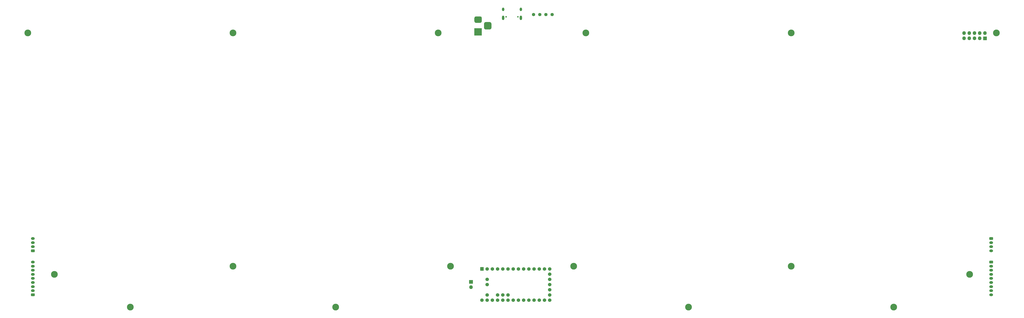
<source format=gbr>
G04 #@! TF.GenerationSoftware,KiCad,Pcbnew,(5.1.7)-1*
G04 #@! TF.CreationDate,2021-02-28T23:22:53-05:00*
G04 #@! TF.ProjectId,OpeNITHM-full,4f70654e-4954-4484-9d2d-66756c6c2e6b,rev?*
G04 #@! TF.SameCoordinates,Original*
G04 #@! TF.FileFunction,Soldermask,Bot*
G04 #@! TF.FilePolarity,Negative*
%FSLAX46Y46*%
G04 Gerber Fmt 4.6, Leading zero omitted, Abs format (unit mm)*
G04 Created by KiCad (PCBNEW (5.1.7)-1) date 2021-02-28 23:22:53*
%MOMM*%
%LPD*%
G01*
G04 APERTURE LIST*
%ADD10O,1.102000X2.202000*%
%ADD11C,0.752000*%
%ADD12O,1.102000X1.702000*%
%ADD13C,1.602000*%
%ADD14O,1.802000X1.802000*%
%ADD15C,1.702000*%
%ADD16O,1.852000X1.302000*%
%ADD17C,3.302000*%
%ADD18C,0.100000*%
G04 APERTURE END LIST*
D10*
X143680000Y-10630000D03*
X152320000Y-10630000D03*
D11*
X150890000Y-10100000D03*
D12*
X152320000Y-6450000D03*
D11*
X145110000Y-10100000D03*
D12*
X143680000Y-6450000D03*
D13*
X164500000Y-9000000D03*
X161500000Y-9000000D03*
X158500000Y-9000000D03*
G36*
G01*
X129695000Y-15699000D02*
X133195000Y-15699000D01*
G75*
G02*
X133246000Y-15750000I0J-51000D01*
G01*
X133246000Y-19250000D01*
G75*
G02*
X133195000Y-19301000I-51000J0D01*
G01*
X129695000Y-19301000D01*
G75*
G02*
X129644000Y-19250000I0J51000D01*
G01*
X129644000Y-15750000D01*
G75*
G02*
X129695000Y-15699000I51000J0D01*
G01*
G37*
G36*
G01*
X130419500Y-9949000D02*
X132470500Y-9949000D01*
G75*
G02*
X133246000Y-10724500I0J-775500D01*
G01*
X133246000Y-12275500D01*
G75*
G02*
X132470500Y-13051000I-775500J0D01*
G01*
X130419500Y-13051000D01*
G75*
G02*
X129644000Y-12275500I0J775500D01*
G01*
X129644000Y-10724500D01*
G75*
G02*
X130419500Y-9949000I775500J0D01*
G01*
G37*
G36*
G01*
X135244500Y-12699000D02*
X137045500Y-12699000D01*
G75*
G02*
X137946000Y-13599500I0J-900500D01*
G01*
X137946000Y-15400500D01*
G75*
G02*
X137045500Y-16301000I-900500J0D01*
G01*
X135244500Y-16301000D01*
G75*
G02*
X134344000Y-15400500I0J900500D01*
G01*
X134344000Y-13599500D01*
G75*
G02*
X135244500Y-12699000I900500J0D01*
G01*
G37*
X167500000Y-9000000D03*
D14*
X368300000Y-18097500D03*
X368300000Y-20637500D03*
X370840000Y-18097500D03*
X370840000Y-20637500D03*
X373380000Y-18097500D03*
X373380000Y-20637500D03*
X375920000Y-18097500D03*
X375920000Y-20637500D03*
X378460000Y-18097500D03*
G36*
G01*
X379310000Y-21538500D02*
X377610000Y-21538500D01*
G75*
G02*
X377559000Y-21487500I0J51000D01*
G01*
X377559000Y-19787500D01*
G75*
G02*
X377610000Y-19736500I51000J0D01*
G01*
X379310000Y-19736500D01*
G75*
G02*
X379361000Y-19787500I0J-51000D01*
G01*
X379361000Y-21487500D01*
G75*
G02*
X379310000Y-21538500I-51000J0D01*
G01*
G37*
D15*
X135890000Y-140970000D03*
X135890000Y-138430000D03*
G36*
G01*
X132499000Y-134150000D02*
X132499000Y-132550000D01*
G75*
G02*
X132550000Y-132499000I51000J0D01*
G01*
X134150000Y-132499000D01*
G75*
G02*
X134201000Y-132550000I0J-51000D01*
G01*
X134201000Y-134150000D01*
G75*
G02*
X134150000Y-134201000I-51000J0D01*
G01*
X132550000Y-134201000D01*
G75*
G02*
X132499000Y-134150000I0J51000D01*
G01*
G37*
X135890000Y-133350000D03*
X138430000Y-133350000D03*
X140970000Y-133350000D03*
X143510000Y-133350000D03*
X146050000Y-133350000D03*
X148590000Y-133350000D03*
X151130000Y-133350000D03*
X153670000Y-133350000D03*
X156210000Y-133350000D03*
X158750000Y-133350000D03*
X161290000Y-133350000D03*
X163830000Y-133350000D03*
X146050000Y-146050000D03*
X143510000Y-146050000D03*
X140970000Y-146050000D03*
X135890000Y-146050000D03*
X133350000Y-148590000D03*
X135890000Y-148590000D03*
X138430000Y-148590000D03*
X140970000Y-148590000D03*
X143510000Y-148590000D03*
X146050000Y-148590000D03*
X148590000Y-148590000D03*
X151130000Y-148590000D03*
X153670000Y-148590000D03*
X156210000Y-148590000D03*
X158750000Y-148590000D03*
X161290000Y-148590000D03*
X163830000Y-148590000D03*
X166370000Y-133350000D03*
X166370000Y-135890000D03*
X166370000Y-138430000D03*
X166370000Y-148590000D03*
X166370000Y-146050000D03*
X166370000Y-143510000D03*
X166370000Y-140970000D03*
G36*
G01*
X128901000Y-138850000D02*
X128901000Y-140550000D01*
G75*
G02*
X128850000Y-140601000I-51000J0D01*
G01*
X127150000Y-140601000D01*
G75*
G02*
X127099000Y-140550000I0J51000D01*
G01*
X127099000Y-138850000D01*
G75*
G02*
X127150000Y-138799000I51000J0D01*
G01*
X128850000Y-138799000D01*
G75*
G02*
X128901000Y-138850000I0J-51000D01*
G01*
G37*
D14*
X128000000Y-142240000D03*
D16*
X-85500000Y-118500000D03*
X-85500000Y-120500000D03*
X-85500000Y-122500000D03*
G36*
G01*
X-84845248Y-125151000D02*
X-86154752Y-125151000D01*
G75*
G02*
X-86426000Y-124879752I0J271248D01*
G01*
X-86426000Y-124120248D01*
G75*
G02*
X-86154752Y-123849000I271248J0D01*
G01*
X-84845248Y-123849000D01*
G75*
G02*
X-84574000Y-124120248I0J-271248D01*
G01*
X-84574000Y-124879752D01*
G75*
G02*
X-84845248Y-125151000I-271248J0D01*
G01*
G37*
X381500000Y-124500000D03*
X381500000Y-122500000D03*
X381500000Y-120500000D03*
G36*
G01*
X380845248Y-117849000D02*
X382154752Y-117849000D01*
G75*
G02*
X382426000Y-118120248I0J-271248D01*
G01*
X382426000Y-118879752D01*
G75*
G02*
X382154752Y-119151000I-271248J0D01*
G01*
X380845248Y-119151000D01*
G75*
G02*
X380574000Y-118879752I0J271248D01*
G01*
X380574000Y-118120248D01*
G75*
G02*
X380845248Y-117849000I271248J0D01*
G01*
G37*
X381500000Y-146000000D03*
X381500000Y-144000000D03*
X381500000Y-142000000D03*
X381500000Y-140000000D03*
X381500000Y-138000000D03*
X381500000Y-136000000D03*
X381500000Y-134000000D03*
X381500000Y-132000000D03*
G36*
G01*
X380845248Y-129349000D02*
X382154752Y-129349000D01*
G75*
G02*
X382426000Y-129620248I0J-271248D01*
G01*
X382426000Y-130379752D01*
G75*
G02*
X382154752Y-130651000I-271248J0D01*
G01*
X380845248Y-130651000D01*
G75*
G02*
X380574000Y-130379752I0J271248D01*
G01*
X380574000Y-129620248D01*
G75*
G02*
X380845248Y-129349000I271248J0D01*
G01*
G37*
X-85500000Y-130000000D03*
X-85500000Y-132000000D03*
X-85500000Y-134000000D03*
X-85500000Y-136000000D03*
X-85500000Y-138000000D03*
X-85500000Y-140000000D03*
X-85500000Y-142000000D03*
X-85500000Y-144000000D03*
G36*
G01*
X-84845248Y-146651000D02*
X-86154752Y-146651000D01*
G75*
G02*
X-86426000Y-146379752I0J271248D01*
G01*
X-86426000Y-145620248D01*
G75*
G02*
X-86154752Y-145349000I271248J0D01*
G01*
X-84845248Y-145349000D01*
G75*
G02*
X-84574000Y-145620248I0J-271248D01*
G01*
X-84574000Y-146379752D01*
G75*
G02*
X-84845248Y-146651000I-271248J0D01*
G01*
G37*
D17*
X284000000Y-132000000D03*
X178000000Y-132000000D03*
X118000000Y-132000000D03*
X12000000Y-132000000D03*
X-88000000Y-18000000D03*
X334000000Y-152000000D03*
X284000000Y-18000000D03*
X234000000Y-152000000D03*
X184000000Y-18000000D03*
X62000000Y-152000000D03*
X112000000Y-18000000D03*
X-38000000Y-152000000D03*
X12000000Y-18000000D03*
X371000000Y-136000000D03*
X384000000Y-18000000D03*
X-75000000Y-136000000D03*
D18*
G36*
X134345990Y-15400304D02*
G01*
X134363273Y-15575784D01*
X134414403Y-15744337D01*
X134497433Y-15899675D01*
X134609171Y-16035829D01*
X134745325Y-16147567D01*
X134900663Y-16230597D01*
X135069216Y-16281727D01*
X135244696Y-16299010D01*
X135246322Y-16300175D01*
X135246126Y-16302165D01*
X135244500Y-16303000D01*
X135188140Y-16303000D01*
X135187944Y-16302990D01*
X135018438Y-16286295D01*
X135018053Y-16286219D01*
X134860959Y-16238565D01*
X134860597Y-16238415D01*
X134715826Y-16161033D01*
X134715500Y-16160815D01*
X134588603Y-16056674D01*
X134588326Y-16056397D01*
X134484185Y-15929500D01*
X134483967Y-15929174D01*
X134406585Y-15784403D01*
X134406435Y-15784041D01*
X134358781Y-15626947D01*
X134358705Y-15626562D01*
X134342010Y-15457056D01*
X134342000Y-15456860D01*
X134342000Y-15400500D01*
X134343000Y-15398768D01*
X134345000Y-15398768D01*
X134345990Y-15400304D01*
G37*
G36*
X137947165Y-15398874D02*
G01*
X137948000Y-15400500D01*
X137948000Y-15456860D01*
X137947990Y-15457056D01*
X137931295Y-15626562D01*
X137931219Y-15626947D01*
X137883565Y-15784041D01*
X137883415Y-15784403D01*
X137806033Y-15929174D01*
X137805815Y-15929500D01*
X137701674Y-16056397D01*
X137701397Y-16056674D01*
X137574500Y-16160815D01*
X137574174Y-16161033D01*
X137429403Y-16238415D01*
X137429041Y-16238565D01*
X137271947Y-16286219D01*
X137271562Y-16286295D01*
X137102056Y-16302990D01*
X137101860Y-16303000D01*
X137045500Y-16303000D01*
X137043768Y-16302000D01*
X137043768Y-16300000D01*
X137045304Y-16299010D01*
X137220784Y-16281727D01*
X137389337Y-16230597D01*
X137544675Y-16147567D01*
X137680829Y-16035829D01*
X137792567Y-15899675D01*
X137875597Y-15744337D01*
X137926727Y-15575784D01*
X137944010Y-15400304D01*
X137945175Y-15398678D01*
X137947165Y-15398874D01*
G37*
G36*
X135246232Y-12698000D02*
G01*
X135246232Y-12700000D01*
X135244696Y-12700990D01*
X135069216Y-12718273D01*
X134900663Y-12769403D01*
X134745325Y-12852433D01*
X134609171Y-12964171D01*
X134497433Y-13100325D01*
X134414403Y-13255663D01*
X134363273Y-13424216D01*
X134345990Y-13599696D01*
X134344825Y-13601322D01*
X134342835Y-13601126D01*
X134342000Y-13599500D01*
X134342000Y-13543140D01*
X134342010Y-13542944D01*
X134358705Y-13373438D01*
X134358781Y-13373053D01*
X134406435Y-13215959D01*
X134406585Y-13215597D01*
X134483967Y-13070826D01*
X134484185Y-13070500D01*
X134588326Y-12943603D01*
X134588603Y-12943326D01*
X134715500Y-12839185D01*
X134715826Y-12838967D01*
X134860597Y-12761585D01*
X134860959Y-12761435D01*
X135018053Y-12713781D01*
X135018438Y-12713705D01*
X135187944Y-12697010D01*
X135188140Y-12697000D01*
X135244500Y-12697000D01*
X135246232Y-12698000D01*
G37*
G36*
X137102056Y-12697010D02*
G01*
X137271562Y-12713705D01*
X137271947Y-12713781D01*
X137429041Y-12761435D01*
X137429403Y-12761585D01*
X137574174Y-12838967D01*
X137574500Y-12839185D01*
X137701397Y-12943326D01*
X137701674Y-12943603D01*
X137805815Y-13070500D01*
X137806033Y-13070826D01*
X137883415Y-13215597D01*
X137883565Y-13215959D01*
X137931219Y-13373053D01*
X137931295Y-13373438D01*
X137947990Y-13542944D01*
X137948000Y-13543140D01*
X137948000Y-13599500D01*
X137947000Y-13601232D01*
X137945000Y-13601232D01*
X137944010Y-13599696D01*
X137926727Y-13424216D01*
X137875597Y-13255663D01*
X137792567Y-13100325D01*
X137680829Y-12964171D01*
X137544675Y-12852433D01*
X137389337Y-12769403D01*
X137220784Y-12718273D01*
X137045304Y-12700990D01*
X137043678Y-12699825D01*
X137043874Y-12697835D01*
X137045500Y-12697000D01*
X137101860Y-12697000D01*
X137102056Y-12697010D01*
G37*
G36*
X133247165Y-12273874D02*
G01*
X133248000Y-12275500D01*
X133248000Y-12331860D01*
X133247990Y-12332056D01*
X133233697Y-12477175D01*
X133233621Y-12477560D01*
X133193080Y-12611206D01*
X133192930Y-12611568D01*
X133127100Y-12734727D01*
X133126882Y-12735053D01*
X133038286Y-12843009D01*
X133038009Y-12843286D01*
X132930053Y-12931882D01*
X132929727Y-12932100D01*
X132806568Y-12997930D01*
X132806206Y-12998080D01*
X132672560Y-13038621D01*
X132672175Y-13038697D01*
X132527056Y-13052990D01*
X132526860Y-13053000D01*
X132470500Y-13053000D01*
X132468768Y-13052000D01*
X132468768Y-13050000D01*
X132470304Y-13049010D01*
X132621398Y-13034129D01*
X132766502Y-12990112D01*
X132900229Y-12918634D01*
X133017440Y-12822440D01*
X133113634Y-12705229D01*
X133185112Y-12571502D01*
X133229129Y-12426398D01*
X133244010Y-12275304D01*
X133245175Y-12273678D01*
X133247165Y-12273874D01*
G37*
G36*
X129645990Y-12275304D02*
G01*
X129660871Y-12426398D01*
X129704888Y-12571502D01*
X129776366Y-12705229D01*
X129872560Y-12822440D01*
X129989771Y-12918634D01*
X130123498Y-12990112D01*
X130268602Y-13034129D01*
X130419696Y-13049010D01*
X130421322Y-13050175D01*
X130421126Y-13052165D01*
X130419500Y-13053000D01*
X130363140Y-13053000D01*
X130362944Y-13052990D01*
X130217825Y-13038697D01*
X130217440Y-13038621D01*
X130083794Y-12998080D01*
X130083432Y-12997930D01*
X129960273Y-12932100D01*
X129959947Y-12931882D01*
X129851991Y-12843286D01*
X129851714Y-12843009D01*
X129763118Y-12735053D01*
X129762900Y-12734727D01*
X129697070Y-12611568D01*
X129696920Y-12611206D01*
X129656379Y-12477560D01*
X129656303Y-12477175D01*
X129642010Y-12332056D01*
X129642000Y-12331860D01*
X129642000Y-12275500D01*
X129643000Y-12273768D01*
X129645000Y-12273768D01*
X129645990Y-12275304D01*
G37*
G36*
X130421232Y-9948000D02*
G01*
X130421232Y-9950000D01*
X130419696Y-9950990D01*
X130268602Y-9965871D01*
X130123498Y-10009888D01*
X129989771Y-10081366D01*
X129872560Y-10177560D01*
X129776366Y-10294771D01*
X129704888Y-10428498D01*
X129660871Y-10573602D01*
X129645990Y-10724696D01*
X129644825Y-10726322D01*
X129642835Y-10726126D01*
X129642000Y-10724500D01*
X129642000Y-10668140D01*
X129642010Y-10667944D01*
X129656303Y-10522825D01*
X129656379Y-10522440D01*
X129696920Y-10388794D01*
X129697070Y-10388432D01*
X129762900Y-10265273D01*
X129763118Y-10264947D01*
X129851714Y-10156991D01*
X129851991Y-10156714D01*
X129959947Y-10068118D01*
X129960273Y-10067900D01*
X130083432Y-10002070D01*
X130083794Y-10001920D01*
X130217440Y-9961379D01*
X130217825Y-9961303D01*
X130362944Y-9947010D01*
X130363140Y-9947000D01*
X130419500Y-9947000D01*
X130421232Y-9948000D01*
G37*
G36*
X132527056Y-9947010D02*
G01*
X132672175Y-9961303D01*
X132672560Y-9961379D01*
X132806206Y-10001920D01*
X132806568Y-10002070D01*
X132929727Y-10067900D01*
X132930053Y-10068118D01*
X133038009Y-10156714D01*
X133038286Y-10156991D01*
X133126882Y-10264947D01*
X133127100Y-10265273D01*
X133192930Y-10388432D01*
X133193080Y-10388794D01*
X133233621Y-10522440D01*
X133233697Y-10522825D01*
X133247990Y-10667944D01*
X133248000Y-10668140D01*
X133248000Y-10724500D01*
X133247000Y-10726232D01*
X133245000Y-10726232D01*
X133244010Y-10724696D01*
X133229129Y-10573602D01*
X133185112Y-10428498D01*
X133113634Y-10294771D01*
X133017440Y-10177560D01*
X132900229Y-10081366D01*
X132766502Y-10009888D01*
X132621398Y-9965871D01*
X132470304Y-9950990D01*
X132468678Y-9949825D01*
X132468874Y-9947835D01*
X132470500Y-9947000D01*
X132526860Y-9947000D01*
X132527056Y-9947010D01*
G37*
M02*

</source>
